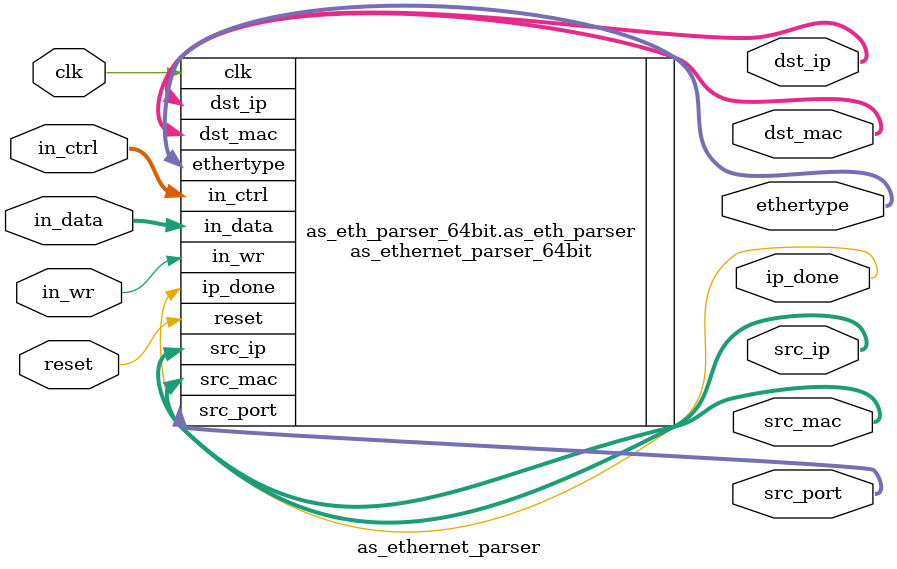
<source format=v>
`timescale 1ns/1ps
  module as_ethernet_parser
    #(parameter DATA_WIDTH = 64,
      parameter CTRL_WIDTH=DATA_WIDTH/8,
      parameter NUM_IQ_BITS = 3,
      parameter INPUT_ARBITER_STAGE_NUM = 2
      )
   (// --- Interface to the previous stage
    input  [DATA_WIDTH-1:0]            in_data,
    input  [CTRL_WIDTH-1:0]            in_ctrl,
    input                              in_wr,

    // --- Interface to anti_spoof
    output [31:0]                      dst_ip,
    output [31:0]                      src_ip,
    // --- Interface to anti_spoof
    output [47:0]                      dst_mac,
    output [47:0]                      src_mac,
    output [15:0]                      ethertype,
    output                             ip_done,
    output [NUM_IQ_BITS-1:0]           src_port,

    // --- Misc

    input                              reset,
    input                              clk
   );

   generate
   genvar i;
   if(DATA_WIDTH==64) begin: as_eth_parser_64bit
      as_ethernet_parser_64bit
	#(
	  .NUM_IQ_BITS(NUM_IQ_BITS),
	  .INPUT_ARBITER_STAGE_NUM(INPUT_ARBITER_STAGE_NUM))
         as_eth_parser
	   (.in_data(in_data),
	    .in_ctrl(in_ctrl),
	    .in_wr(in_wr),
	    .dst_ip (dst_ip),
	    .src_ip(src_ip),
	    .dst_mac (dst_mac),
	    .src_mac(src_mac),
	    .ethertype (ethertype),
	    .ip_done (ip_done),
	    .src_port(src_port),
	    .reset(reset),
	    .clk(clk));
   end // block: eth_parser_64bit
   else if(DATA_WIDTH==32) begin: as_eth_parser_32bit
      as_ethernet_parser_32bit
	#(
	  .NUM_IQ_BITS(NUM_IQ_BITS),
	  .INPUT_ARBITER_STAGE_NUM(INPUT_ARBITER_STAGE_NUM))
         as_eth_parser
	   (.in_data(in_data),
	    .in_ctrl(in_ctrl),
	    .in_wr(in_wr),
	    .dst_ip (dst_ip),
	    .src_ip(src_ip),
	    .dst_mac (dst_mac),
	    .src_mac(src_mac),
	    .ethertype (ethertype),
	    .ip_done (ip_done),
	    .src_port(src_port),
	    .reset(reset),
	    .clk(clk));
   end // block: eth_parser_32bit
   endgenerate



endmodule // ethernet_parser_64bit

</source>
